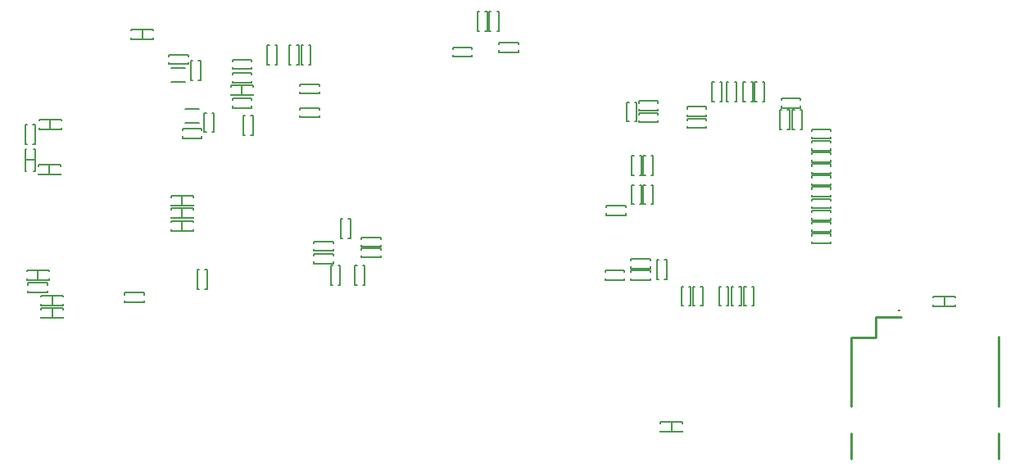
<source format=gbo>
G04*
G04 #@! TF.GenerationSoftware,Altium Limited,Altium Designer,22.9.1 (49)*
G04*
G04 Layer_Color=32896*
%FSLAX25Y25*%
%MOIN*%
G70*
G04*
G04 #@! TF.SameCoordinates,09DA8A7C-0E06-47C8-8122-5E973528E8BD*
G04*
G04*
G04 #@! TF.FilePolarity,Positive*
G04*
G01*
G75*
%ADD12C,0.00787*%
%ADD14C,0.00591*%
%ADD17C,0.01000*%
D12*
X62959Y200054D02*
X68756D01*
X62959Y205458D02*
X68756D01*
X68501Y183354D02*
X74298D01*
X68501Y188758D02*
X74298D01*
D14*
X280709Y188976D02*
Y189764D01*
X272835D02*
X280709D01*
X272835Y188976D02*
Y189764D01*
Y185827D02*
Y186614D01*
Y185827D02*
X280709D01*
Y186614D01*
Y181102D02*
Y181890D01*
X272835Y181102D02*
X280709D01*
X272835D02*
Y181890D01*
Y184252D02*
Y185039D01*
X280709D01*
Y184252D02*
Y185039D01*
X323465Y165748D02*
Y166535D01*
X331339D01*
Y165748D02*
Y166535D01*
Y162598D02*
Y163386D01*
X323465Y162598D02*
X331339D01*
X323465D02*
Y163386D01*
Y156299D02*
Y157087D01*
X331339D01*
Y156299D02*
Y157087D01*
Y153150D02*
Y153937D01*
X323465Y153150D02*
X331339D01*
X323465D02*
Y153937D01*
Y137402D02*
Y138189D01*
X331339D01*
Y137402D02*
Y138189D01*
Y134252D02*
Y135039D01*
X323465Y134252D02*
X331339D01*
X323465D02*
Y135039D01*
Y179921D02*
Y180709D01*
X331339D01*
Y179921D02*
Y180709D01*
Y176772D02*
Y177559D01*
X323465Y176772D02*
X331339D01*
X323465D02*
Y177559D01*
X283071Y191969D02*
X283858D01*
X283071D02*
Y199843D01*
X283858D01*
X286221D02*
X287008D01*
Y191969D02*
Y199843D01*
X286221Y191969D02*
X287008D01*
X300394D02*
X301181D01*
X300394D02*
Y199843D01*
X301181D01*
X303543D02*
X304331D01*
Y191969D02*
Y199843D01*
X303543Y191969D02*
X304331D01*
X253543Y169843D02*
X254331D01*
Y161969D02*
Y169843D01*
X253543Y161969D02*
X254331D01*
X250394D02*
X251181D01*
X250394D02*
Y169843D01*
X251181D01*
X258268Y158031D02*
X259055D01*
Y150157D02*
Y158031D01*
X258268Y150157D02*
X259055D01*
X255118D02*
X255906D01*
X255118D02*
Y158031D01*
X255906D01*
X311181Y189370D02*
Y190157D01*
Y189370D02*
X319055D01*
Y190157D01*
Y192520D02*
Y193307D01*
X311181D02*
X319055D01*
X311181Y192520D02*
Y193307D01*
X313779Y180551D02*
X314567D01*
Y188425D01*
X313779D02*
X314567D01*
X310630D02*
X311417D01*
X310630Y180551D02*
Y188425D01*
Y180551D02*
X311417D01*
X318898D02*
X319685D01*
Y188425D01*
X318898D02*
X319685D01*
X315748D02*
X316535D01*
X315748Y180551D02*
Y188425D01*
Y180551D02*
X316535D01*
X255118Y169843D02*
X255906D01*
X255118Y161969D02*
Y169843D01*
Y161969D02*
X255906D01*
X258268D02*
X259055D01*
Y169843D01*
X258268D02*
X259055D01*
X250394Y158031D02*
X251181D01*
X250394Y150157D02*
Y158031D01*
Y150157D02*
X251181D01*
X253543D02*
X254331D01*
Y158031D01*
X253543D02*
X254331D01*
X240000Y145669D02*
Y146457D01*
Y145669D02*
X247874D01*
Y146457D01*
Y148819D02*
Y149606D01*
X240000D02*
X247874D01*
X240000Y148819D02*
Y149606D01*
X251575Y183858D02*
X252362D01*
Y191732D01*
X251575D02*
X252362D01*
X248425D02*
X249213D01*
X248425Y183858D02*
Y191732D01*
Y183858D02*
X249213D01*
X261024Y191339D02*
Y192126D01*
X253150D02*
X261024D01*
X253150Y191339D02*
Y192126D01*
Y188189D02*
Y188976D01*
Y188189D02*
X261024D01*
Y188976D01*
Y186614D02*
Y187402D01*
X253150D02*
X261024D01*
X253150Y186614D02*
Y187402D01*
Y183465D02*
Y184252D01*
Y183465D02*
X261024D01*
Y184252D01*
X285827Y116693D02*
X286614D01*
X285827Y108819D02*
Y116693D01*
Y108819D02*
X286614D01*
X288976D02*
X289764D01*
Y116693D01*
X288976D02*
X289764D01*
X296063D02*
X296850D01*
X296063Y108819D02*
Y116693D01*
Y108819D02*
X296850D01*
X299213D02*
X300000D01*
Y116693D01*
X299213D02*
X300000D01*
X290945D02*
X291732D01*
X290945Y108819D02*
Y116693D01*
Y108819D02*
X291732D01*
X294094D02*
X294882D01*
Y116693D01*
X294094D02*
X294882D01*
X323465Y148425D02*
Y149213D01*
Y148425D02*
X331339D01*
Y149213D01*
Y151575D02*
Y152362D01*
X323465D02*
X331339D01*
X323465Y151575D02*
Y152362D01*
Y143701D02*
Y144488D01*
Y143701D02*
X331339D01*
Y144488D01*
Y146850D02*
Y147638D01*
X323465D02*
X331339D01*
X323465Y146850D02*
Y147638D01*
X260630Y127559D02*
X261417D01*
X260630Y119685D02*
Y127559D01*
Y119685D02*
X261417D01*
X263779D02*
X264567D01*
Y127559D01*
X263779D02*
X264567D01*
X250000Y124016D02*
Y124803D01*
Y124016D02*
X257874D01*
Y124803D01*
Y127165D02*
Y127953D01*
X250000D02*
X257874D01*
X250000Y127165D02*
Y127953D01*
Y119291D02*
Y120079D01*
Y119291D02*
X257874D01*
Y120079D01*
Y122441D02*
Y123228D01*
X250000D02*
X257874D01*
X250000Y122441D02*
Y123228D01*
X270472Y116693D02*
X271260D01*
X270472Y108819D02*
Y116693D01*
Y108819D02*
X271260D01*
X273622D02*
X274409D01*
Y116693D01*
X273622D02*
X274409D01*
X292126Y191969D02*
X292913D01*
Y199843D01*
X292126D02*
X292913D01*
X288976D02*
X289764D01*
X288976Y191969D02*
Y199843D01*
Y191969D02*
X289764D01*
X247402Y122441D02*
Y123228D01*
X239528D02*
X247402D01*
X239528Y122441D02*
Y123228D01*
Y119291D02*
Y120079D01*
Y119291D02*
X247402D01*
Y120079D01*
X323465Y172047D02*
Y172835D01*
Y172047D02*
X331339D01*
Y172835D01*
Y175197D02*
Y175984D01*
X323465D02*
X331339D01*
X323465Y175197D02*
Y175984D01*
Y167323D02*
Y168110D01*
Y167323D02*
X331339D01*
Y168110D01*
Y170472D02*
Y171260D01*
X323465D02*
X331339D01*
X323465Y170472D02*
Y171260D01*
X275197Y116693D02*
X275984D01*
X275197Y108819D02*
Y116693D01*
Y108819D02*
X275984D01*
X278346D02*
X279134D01*
Y116693D01*
X278346D02*
X279134D01*
X323465Y138976D02*
Y139764D01*
Y138976D02*
X331339D01*
Y139764D01*
Y142126D02*
Y142913D01*
X323465D02*
X331339D01*
X323465Y142126D02*
Y142913D01*
Y157874D02*
Y158661D01*
Y157874D02*
X331339D01*
Y158661D01*
Y161024D02*
Y161811D01*
X323465D02*
X331339D01*
X323465Y161024D02*
Y161811D01*
X298819Y191969D02*
X299606D01*
Y199843D01*
X298819D02*
X299606D01*
X295669D02*
X296457D01*
X295669Y191969D02*
Y199843D01*
Y191969D02*
X296457D01*
X382059Y108630D02*
Y109130D01*
X373059Y108630D02*
X382059D01*
X373059D02*
Y109130D01*
Y112130D02*
Y112630D01*
X382059D01*
Y112130D02*
Y112630D01*
X377559Y108630D02*
Y112630D01*
X266535Y57449D02*
Y61449D01*
X271035Y60949D02*
Y61449D01*
X262035D02*
X271035D01*
X262035Y60949D02*
Y61449D01*
Y57449D02*
Y57949D01*
Y57449D02*
X271035D01*
Y57949D01*
X91732Y194457D02*
Y198457D01*
X96232Y197957D02*
Y198457D01*
X87232D02*
X96232D01*
X87232Y197957D02*
Y198457D01*
Y194457D02*
Y194957D01*
Y194457D02*
X96232D01*
Y194957D01*
X115351Y185433D02*
Y186221D01*
Y185433D02*
X123225D01*
Y186221D01*
Y188583D02*
Y189370D01*
X115351D02*
X123225D01*
X115351Y188583D02*
Y189370D01*
X95669Y199606D02*
Y200394D01*
X87795Y199606D02*
X95669D01*
X87795D02*
Y200394D01*
Y202756D02*
Y203543D01*
X95669D01*
Y202756D02*
Y203543D01*
X95666Y205118D02*
Y205906D01*
X87792Y205118D02*
X95666D01*
X87792D02*
Y205906D01*
Y208268D02*
Y209055D01*
X95666D01*
Y208268D02*
Y209055D01*
X95669Y189370D02*
Y190157D01*
X87795Y189370D02*
X95669D01*
X87795D02*
Y190157D01*
Y192520D02*
Y193307D01*
X95669D01*
Y192520D02*
Y193307D01*
X92300Y186267D02*
X93087D01*
X92300Y178393D02*
Y186267D01*
Y178393D02*
X93087D01*
X95449D02*
X96237D01*
Y186267D01*
X95449D02*
X96237D01*
X105159Y206889D02*
X105946D01*
Y214763D01*
X105159D02*
X105946D01*
X102009D02*
X102797D01*
X102009Y206889D02*
Y214763D01*
Y206889D02*
X102797D01*
X114017D02*
X114804D01*
Y214763D01*
X114017D02*
X114804D01*
X110867D02*
X111655D01*
X110867Y206889D02*
Y214763D01*
Y206889D02*
X111655D01*
X118938D02*
X119726D01*
Y214763D01*
X118938D02*
X119726D01*
X115789D02*
X116576D01*
X115789Y206889D02*
Y214763D01*
Y206889D02*
X116576D01*
X115408Y195126D02*
Y195913D01*
Y195126D02*
X123282D01*
Y195913D01*
Y198275D02*
Y199063D01*
X115408D02*
X123282D01*
X115408Y198275D02*
Y199063D01*
X69921Y207087D02*
Y207874D01*
X62047Y207087D02*
X69921D01*
X62047D02*
Y207874D01*
Y210236D02*
Y211024D01*
X69921D01*
Y210236D02*
Y211024D01*
X74012Y208425D02*
X74800D01*
Y200551D02*
Y208425D01*
X74012Y200551D02*
X74800D01*
X70863D02*
X71650D01*
X70863D02*
Y208425D01*
X71650D01*
X75449Y180150D02*
Y180938D01*
X67575D02*
X75449D01*
X67575Y180150D02*
Y180938D01*
Y177001D02*
Y177788D01*
Y177001D02*
X75449D01*
Y177788D01*
X76405Y179443D02*
X77192D01*
X76405D02*
Y187317D01*
X77192D01*
X79554D02*
X80342D01*
Y179443D02*
Y187317D01*
X79554Y179443D02*
X80342D01*
X76772Y123465D02*
X77559D01*
Y115591D02*
Y123465D01*
X76772Y115591D02*
X77559D01*
X73622D02*
X74410D01*
X73622D02*
Y123465D01*
X74410D01*
X55681Y217291D02*
Y217791D01*
X46681Y217291D02*
X55681D01*
X46681D02*
Y217791D01*
Y220791D02*
Y221291D01*
X55681D01*
Y220791D02*
Y221291D01*
X51181Y217291D02*
Y221291D01*
X71823Y149575D02*
Y150075D01*
X62823Y149575D02*
X71823D01*
X62823D02*
Y150075D01*
Y153075D02*
Y153575D01*
X71823D01*
Y153075D02*
Y153575D01*
X67323Y149575D02*
Y153575D01*
X71823Y144457D02*
Y144957D01*
X62823Y144457D02*
X71823D01*
X62823D02*
Y144957D01*
Y147957D02*
Y148457D01*
X71823D01*
Y147957D02*
Y148457D01*
X67323Y144457D02*
Y148457D01*
X19067Y109024D02*
Y109524D01*
X10067Y109024D02*
X19067D01*
X10067D02*
Y109524D01*
Y112524D02*
Y113024D01*
X19067D01*
Y112524D02*
Y113024D01*
X14567Y109024D02*
Y113024D01*
X185399Y210111D02*
Y210898D01*
X177525Y210111D02*
X185399D01*
X177525D02*
Y210898D01*
Y213261D02*
Y214048D01*
X185399D01*
Y213261D02*
Y214048D01*
X196416Y212078D02*
Y212866D01*
Y212078D02*
X204290D01*
Y212866D01*
Y215228D02*
Y216015D01*
X196416D02*
X204290D01*
X196416Y215228D02*
Y216015D01*
X187604Y220741D02*
X188391D01*
X187604D02*
Y228615D01*
X188391D01*
X190753D02*
X191541D01*
Y220741D02*
Y228615D01*
X190753Y220741D02*
X191541D01*
X195478D02*
X196265D01*
Y228615D01*
X195478D02*
X196265D01*
X192328D02*
X193116D01*
X192328Y220741D02*
Y228615D01*
Y220741D02*
X193116D01*
X67323Y139339D02*
Y143339D01*
X62823Y139339D02*
Y139839D01*
Y139339D02*
X71823D01*
Y139839D01*
Y142839D02*
Y143339D01*
X62823D02*
X71823D01*
X62823Y142839D02*
Y143339D01*
X3543Y182441D02*
X4331D01*
X3543Y174567D02*
Y182441D01*
Y174567D02*
X4331D01*
X6693D02*
X7480D01*
Y182441D01*
X6693D02*
X7480D01*
X3512Y168110D02*
X7512D01*
X7012Y163610D02*
X7512D01*
Y172610D01*
X7012D02*
X7512D01*
X3512D02*
X4012D01*
X3512Y163610D02*
Y172610D01*
Y163610D02*
X4012D01*
X13681Y180677D02*
Y184677D01*
X9181Y180677D02*
Y181177D01*
Y180677D02*
X18181D01*
Y181177D01*
Y184177D02*
Y184677D01*
X9181D02*
X18181D01*
X9181Y184177D02*
Y184677D01*
X13386Y162173D02*
Y166173D01*
X8886Y162173D02*
Y162673D01*
Y162173D02*
X17886D01*
Y162673D01*
Y165673D02*
Y166173D01*
X8886D02*
X17886D01*
X8886Y165673D02*
Y166173D01*
X10067Y107405D02*
Y107905D01*
X19067D01*
Y107405D02*
Y107905D01*
Y103905D02*
Y104405D01*
X10067Y103905D02*
X19067D01*
X10067D02*
Y104405D01*
X14567Y103905D02*
Y107905D01*
X140276Y131622D02*
Y132409D01*
X148150D01*
Y131622D02*
Y132409D01*
Y128472D02*
Y129260D01*
X140276Y128472D02*
X148150D01*
X140276D02*
Y129260D01*
X140827Y125086D02*
X141615D01*
Y117212D02*
Y125086D01*
X140827Y117212D02*
X141615D01*
X137678D02*
X138465D01*
X137678D02*
Y125086D01*
X138465D01*
X140276Y135952D02*
Y136740D01*
X148150D01*
Y135952D02*
Y136740D01*
Y132803D02*
Y133590D01*
X140276Y132803D02*
X148150D01*
X140276D02*
Y133590D01*
X131966Y136244D02*
X132753D01*
X131966D02*
Y144118D01*
X132753D01*
X135116D02*
X135903D01*
Y136244D02*
Y144118D01*
X135116Y136244D02*
X135903D01*
X130985Y125086D02*
X131772D01*
Y117212D02*
Y125086D01*
X130985Y117212D02*
X131772D01*
X127835D02*
X128622D01*
X127835D02*
Y125086D01*
X128622D01*
X128976Y131102D02*
Y131890D01*
X121102Y131102D02*
X128976D01*
X121102D02*
Y131890D01*
Y134252D02*
Y135039D01*
X128976D01*
Y134252D02*
Y135039D01*
Y129134D02*
Y129921D01*
X121102D02*
X128976D01*
X121102Y129134D02*
Y129921D01*
Y125984D02*
Y126772D01*
Y125984D02*
X128976D01*
Y126772D01*
X4724Y117323D02*
Y118110D01*
X12598D01*
Y117323D02*
Y118110D01*
Y114173D02*
Y114961D01*
X4724Y114173D02*
X12598D01*
X4724D02*
Y114961D01*
X44032Y110186D02*
Y110974D01*
Y110186D02*
X51906D01*
Y110974D01*
Y113336D02*
Y114123D01*
X44032D02*
X51906D01*
X44032Y113336D02*
Y114123D01*
X8661Y119260D02*
Y123260D01*
X4161Y119260D02*
Y119760D01*
Y119260D02*
X13161D01*
Y119760D01*
Y122760D02*
Y123260D01*
X4161D02*
X13161D01*
X4161Y122760D02*
Y123260D01*
D17*
X359154Y106893D02*
G03*
X359154Y106893I-206J0D01*
G01*
X399657Y56854D02*
X399696Y46657D01*
X339657D02*
X339657Y57051D01*
X399736Y68074D02*
Y96263D01*
X339736Y96066D02*
X349539Y96066D01*
X339736Y67843D02*
Y96066D01*
X349500Y96066D02*
X349541Y96063D01*
Y104333D01*
X352641D01*
X352641Y104334D02*
X359933D01*
M02*

</source>
